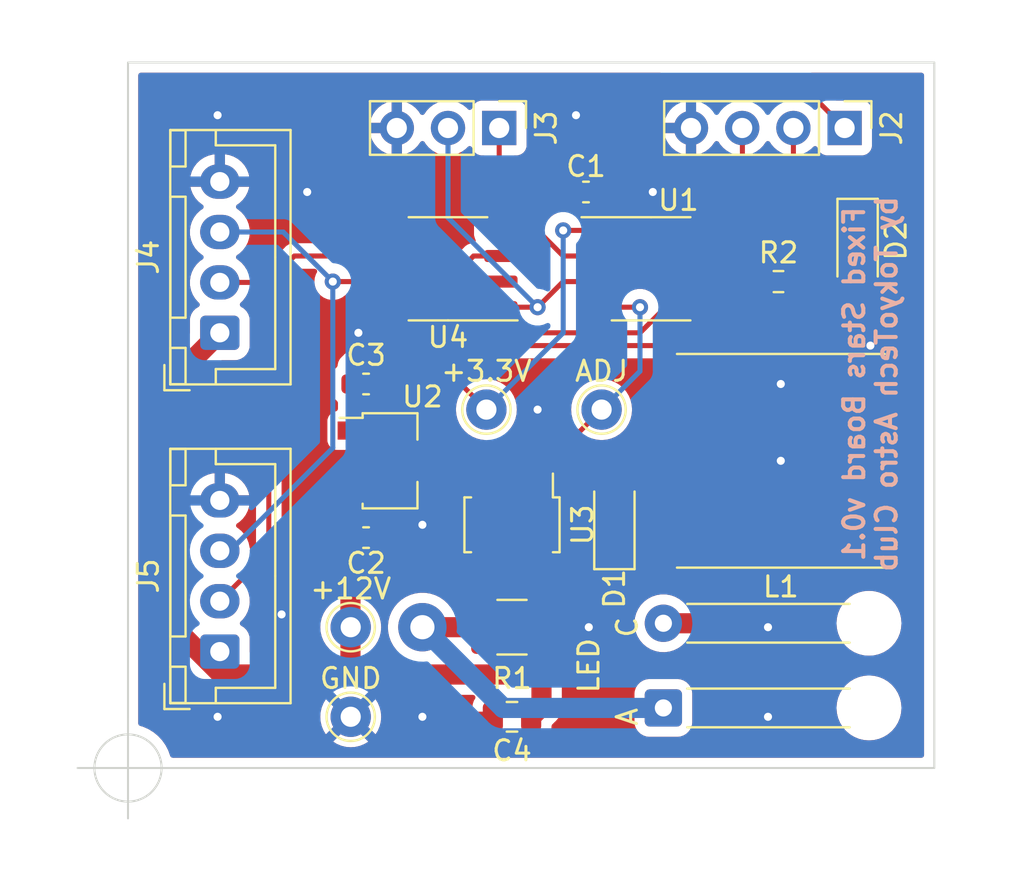
<source format=kicad_pcb>
(kicad_pcb (version 20211014) (generator pcbnew)
  (layers (0 "F.Cu" signal) (31 "B.Cu" signal) (34 "B.Paste" user) (35 "F.Paste" user) (36 "B.SilkS" user "B.Silkscreen") (37 "F.SilkS" user "F.Silkscreen") (38 "B.Mask" user) (39 "F.Mask" user) (44 "Edge.Cuts" user))
  (net 0 "")
  (net 1 "+3.3V")
  (net 2 "GND")
  (net 3 "+12V")
  (net 4 "Net-(D1-Pad2)")
  (net 5 "Net-(D2-Pad1)")
  (net 6 "Net-(D2-Pad2)")
  (net 7 "Net-(J1-Pad1)")
  (net 8 "Net-(J1-Pad2)")
  (net 9 "/UART_TX")
  (net 10 "/UART_RX")
  (net 11 "Net-(J4-Pad2)")
  (net 12 "Net-(J4-Pad3)")
  (net 13 "/UPDI")
  (net 14 "/LED_ADJ")
  (net 15 "/~{RS485_RE}")
  (net 16 "/RS485_DE")
  (footprint "TestPoint:TestPoint_THTPad_D2.0mm_Drill1.0mm" (layer "F.Cu") (at 111.049 143.015)
    (fp_text reference "TP1" hide)
    (fp_text value "+12V" (at 0 -1.905) (layer "F.SilkS"))
    (fp_circle (center 0 0) (end 0 1.2) (layer "F.SilkS") (width 0.12) (fill none))
    (pad "1" thru_hole circle (at 0 0) (size 2 2) (drill 1) (layers *.Cu *.Mask) (net 3 "+12V"))
  )
  (footprint "Connector_PinHeader_2.54mm:PinHeader_1x03_P2.54mm_Vertical" (layer "F.Cu") (at 118.415 118.25 -90)
    (fp_text reference "J3" (at 0 -2.33 90) (layer "F.SilkS"))
    (fp_text value "UART")
    (fp_line (start 1.33 1.27) (end 1.33 6.41) (layer "F.SilkS") (width 0.12))
    (fp_line (start -1.33 1.27) (end 1.33 1.27) (layer "F.SilkS") (width 0.12))
    (fp_line (start -1.33 6.41) (end 1.33 6.41) (layer "F.SilkS") (width 0.12))
    (fp_line (start -1.33 1.27) (end -1.33 6.41) (layer "F.SilkS") (width 0.12))
    (fp_line (start -1.33 -1.33) (end 0 -1.33) (layer "F.SilkS") (width 0.12))
    (fp_line (start -1.33 0) (end -1.33 -1.33) (layer "F.SilkS") (width 0.12))
    (pad "1" thru_hole rect (at 0 0 270) (size 1.7 1.7) (drill 1) (layers *.Cu *.Mask) (net 9 "/UART_TX"))
    (pad "2" thru_hole oval (at 0 2.54 270) (size 1.7 1.7) (drill 1) (layers *.Cu *.Mask) (net 10 "/UART_RX"))
    (pad "3" thru_hole oval (at 0 5.08 270) (size 1.7 1.7) (drill 1) (layers *.Cu *.Mask) (net 2 "GND"))
  )
  (footprint "Package_SO:SOP-8_3.9x4.9mm_P1.27mm" (layer "F.Cu") (at 115.875 125.235 180)
    (fp_text reference "U4" (at 0 -3.4) (layer "F.SilkS"))
    (fp_text value "MAX3485")
    (fp_line (start 0 2.56) (end -1.95 2.56) (layer "F.SilkS") (width 0.12))
    (fp_line (start 0 2.56) (end 1.95 2.56) (layer "F.SilkS") (width 0.12))
    (fp_line (start 0 -2.56) (end -3.45 -2.56) (layer "F.SilkS") (width 0.12))
    (fp_line (start 0 -2.56) (end 1.95 -2.56) (layer "F.SilkS") (width 0.12))
    (pad "1" smd roundrect (at -2.625 -1.905 180) (size 1.65 0.6) (layers "F.Cu" "F.Paste" "F.Mask") (net 10 "/UART_RX"))
    (pad "2" smd roundrect (at -2.625 -0.635 180) (size 1.65 0.6) (layers "F.Cu" "F.Paste" "F.Mask") (net 15 "/~{RS485_RE}"))
    (pad "3" smd roundrect (at -2.625 0.635 180) (size 1.65 0.6) (layers "F.Cu" "F.Paste" "F.Mask") (net 16 "/RS485_DE"))
    (pad "4" smd roundrect (at -2.625 1.905 180) (size 1.65 0.6) (layers "F.Cu" "F.Paste" "F.Mask") (net 9 "/UART_TX"))
    (pad "5" smd roundrect (at 2.625 1.905 180) (size 1.65 0.6) (layers "F.Cu" "F.Paste" "F.Mask") (net 2 "GND"))
    (pad "6" smd roundrect (at 2.625 0.635 180) (size 1.65 0.6) (layers "F.Cu" "F.Paste" "F.Mask") (net 11 "Net-(J4-Pad2)"))
    (pad "7" smd roundrect (at 2.625 -0.635 180) (size 1.65 0.6) (layers "F.Cu" "F.Paste" "F.Mask") (net 12 "Net-(J4-Pad3)"))
    (pad "8" smd roundrect (at 2.625 -1.905 180) (size 1.65 0.6) (layers "F.Cu" "F.Paste" "F.Mask") (net 1 "+3.3V"))
  )
  (footprint "Capacitor_SMD:C_0603_1608Metric" (layer "F.Cu") (at 122.72 121.425 180)
    (fp_text reference "C1" (at 0 1.27) (layer "F.SilkS"))
    (fp_text value "0.1u")
    (fp_line (start -0.14058 0.51) (end 0.14058 0.51) (layer "F.SilkS") (width 0.12))
    (fp_line (start -0.14058 -0.51) (end 0.14058 -0.51) (layer "F.SilkS") (width 0.12))
    (pad "1" smd roundrect (at -0.775 0 180) (size 0.9 0.95) (layers "F.Cu" "F.Paste" "F.Mask") (net 1 "+3.3V"))
    (pad "2" smd roundrect (at 0.775 0 180) (size 0.9 0.95) (layers "F.Cu" "F.Paste" "F.Mask") (net 2 "GND"))
  )
  (footprint "TestPoint:TestPoint_THTPad_D2.0mm_Drill1.0mm" (layer "F.Cu") (at 123.495 132.22)
    (fp_text reference "TP4" hide)
    (fp_text value "ADJ" (at 0 -1.905) (layer "F.SilkS"))
    (fp_circle (center 0 0) (end 0 1.2) (layer "F.SilkS") (width 0.12) (fill none))
    (pad "1" thru_hole circle (at 0 0) (size 2 2) (drill 1) (layers *.Cu *.Mask) (net 14 "/LED_ADJ"))
  )
  (footprint "Inductor_SMD:L_Taiyo-Yuden_NR-10050_9.8x10.0mm" (layer "F.Cu") (at 132.385 134.76 180)
    (fp_text reference "L1" (at 0 -6.25) (layer "F.SilkS"))
    (fp_text value "68u")
    (fp_line (start -5.15 5.3) (end 5.15 5.3) (layer "F.SilkS") (width 0.12))
    (fp_line (start -5.15 -5.3) (end 5.15 -5.3) (layer "F.SilkS") (width 0.12))
    (pad "1" smd rect (at -4 0 180) (size 2.6 4.5) (layers "F.Cu" "F.Paste" "F.Mask") (net 8 "Net-(J1-Pad2)"))
    (pad "2" smd rect (at 4 0 180) (size 2.6 4.5) (layers "F.Cu" "F.Paste" "F.Mask") (net 4 "Net-(D1-Pad2)"))
  )
  (footprint "TestPoint:TestPoint_THTPad_D2.0mm_Drill1.0mm" (layer "F.Cu") (at 111.049 147.46)
    (fp_text reference "TP2" hide)
    (fp_text value "GND" (at 0 -1.905) (layer "F.SilkS"))
    (fp_circle (center 0 0) (end 0 1.2) (layer "F.SilkS") (width 0.12) (fill none))
    (pad "1" thru_hole circle (at 0 0) (size 2 2) (drill 1) (layers *.Cu *.Mask) (net 2 "GND"))
  )
  (footprint "Package_TO_SOT_SMD:SOT-89-5" (layer "F.Cu") (at 119.05 137.935 -90)
    (fp_text reference "U3" (at 0 -3.5 90) (layer "F.SilkS"))
    (fp_text value "CL6808")
    (fp_line (start -1.36 2.36) (end -1.36 2.03) (layer "F.SilkS") (width 0.12))
    (fp_line (start 1.36 2.03) (end 1.36 2.36) (layer "F.SilkS") (width 0.12))
    (fp_line (start -2.54 -2.03) (end -1.36 -2.03) (layer "F.SilkS") (width 0.12))
    (fp_line (start -1.36 -2.36) (end 1.36 -2.36) (layer "F.SilkS") (width 0.12))
    (fp_line (start 1.36 2.36) (end -1.36 2.36) (layer "F.SilkS") (width 0.12))
    (fp_line (start -1.36 -2.36) (end -1.36 -2.03) (layer "F.SilkS") (width 0.12))
    (fp_line (start 1.36 -2.36) (end 1.36 -2.03) (layer "F.SilkS") (width 0.12))
    (pad "1" smd rect (at -1.85 -1.5 270) (size 1.5 0.7) (layers "F.Cu" "F.Paste" "F.Mask") (net 4 "Net-(D1-Pad2)"))
    (pad "2" smd custom (at 0 0 270) (size 0.8 2) (layers "F.Cu" "F.Paste" "F.Mask") (net 2 "GND") (options (clearance outline) (anchor rect)) (primitives (gr_poly (pts (xy 0.9 -0.5) (xy 2.6 -0.5) (xy 2.6 0.5) (xy 0.9 0.5) (xy 0.4 1) (xy -0.4 1) (xy -0.9 0.5) (xy -2.6 0.5) (xy -2.6 -0.5) (xy -0.9 -0.5) (xy -0.4 -1) (xy 0.4 -1)) (width 0) (fill yes))))
    (pad "3" smd rect (at -1.85 1.5 270) (size 1.5 0.7) (layers "F.Cu" "F.Paste" "F.Mask") (net 14 "/LED_ADJ"))
    (pad "4" smd rect (at 1.85 1.5 270) (size 1.5 0.7) (layers "F.Cu" "F.Paste" "F.Mask") (net 7 "Net-(J1-Pad1)"))
    (pad "5" smd rect (at 1.85 -1.5 270) (size 1.5 0.7) (layers "F.Cu" "F.Paste" "F.Mask") (net 3 "+12V"))
  )
  (footprint "Connector_JST:JST_XH_B4B-XH-A_1x04_P2.50mm_Vertical" (layer "F.Cu") (at 104.555 144.225 90)
    (fp_text reference "J5" (at 3.75 -3.55 90) (layer "F.SilkS"))
    (fp_text value "DMX2")
    (fp_line (start 10.05 -0.2) (end 9.3 -0.2) (layer "F.SilkS") (width 0.12))
    (fp_line (start -1.6 -2.75) (end -2.85 -2.75) (layer "F.SilkS") (width 0.12))
    (fp_line (start -1.8 2.75) (end 3.75 2.75) (layer "F.SilkS") (width 0.12))
    (fp_line (start 9.3 -0.2) (end 9.3 2.75) (layer "F.SilkS") (width 0.12))
    (fp_line (start 0.75 -2.45) (end 0.75 -1.7) (layer "F.SilkS") (width 0.12))
    (fp_line (start -2.55 -2.45) (end -2.55 -1.7) (layer "F.SilkS") (width 0.12))
    (fp_line (start 10.05 -2.45) (end 8.25 -2.45) (layer "F.SilkS") (width 0.12))
    (fp_line (start -0.75 -2.45) (end -2.55 -2.45) (layer "F.SilkS") (width 0.12))
    (fp_line (start -2.55 -0.2) (end -1.8 -0.2) (layer "F.SilkS") (width 0.12))
    (fp_line (start 10.05 -1.7) (end 10.05 -2.45) (layer "F.SilkS") (width 0.12))
    (fp_line (start 6.75 -2.45) (end 0.75 -2.45) (layer "F.SilkS") (width 0.12))
    (fp_line (start 10.06 3.51) (end 10.06 -2.46) (layer "F.SilkS") (width 0.12))
    (fp_line (start -1.8 -0.2) (end -1.8 2.75) (layer "F.SilkS") (width 0.12))
    (fp_line (start -0.75 -1.7) (end -0.75 -2.45) (layer "F.SilkS") (width 0.12))
    (fp_line (start 9.3 2.75) (end 3.75 2.75) (layer "F.SilkS") (width 0.12))
    (fp_line (start 6.75 -1.7) (end 6.75 -2.45) (layer "F.SilkS") (width 0.12))
    (fp_line (start 10.06 -2.46) (end -2.56 -2.46) (layer "F.SilkS") (width 0.12))
    (fp_line (start 8.25 -2.45) (end 8.25 -1.7) (layer "F.SilkS") (width 0.12))
    (fp_line (start -2.56 -2.46) (end -2.56 3.51) (layer "F.SilkS") (width 0.12))
    (fp_line (start 0.75 -1.7) (end 6.75 -1.7) (layer "F.SilkS") (width 0.12))
    (fp_line (start -2.85 -2.75) (end -2.85 -1.5) (layer "F.SilkS") (width 0.12))
    (fp_line (start -2.55 -1.7) (end -0.75 -1.7) (layer "F.SilkS") (width 0.12))
    (fp_line (start 8.25 -1.7) (end 10.05 -1.7) (layer "F.SilkS") (width 0.12))
    (fp_line (start -2.56 3.51) (end 10.06 3.51) (layer "F.SilkS") (width 0.12))
    (pad "1" thru_hole roundrect (at 0 0 90) (size 1.7 1.95) (drill 0.95) (layers *.Cu *.Mask) (roundrect_rratio 0.147059) (net 3 "+12V"))
    (pad "2" thru_hole oval (at 2.5 0 90) (size 1.7 1.95) (drill 0.95) (layers *.Cu *.Mask) (net 11 "Net-(J4-Pad2)"))
    (pad "3" thru_hole oval (at 5 0 90) (size 1.7 1.95) (drill 0.95) (layers *.Cu *.Mask) (net 12 "Net-(J4-Pad3)"))
    (pad "4" thru_hole oval (at 7.5 0 90) (size 1.7 1.95) (drill 0.95) (layers *.Cu *.Mask) (net 2 "GND"))
  )
  (footprint "Capacitor_SMD:C_0603_1608Metric" (layer "F.Cu") (at 111.811 138.57)
    (fp_text reference "C2" (at 0 1.27) (layer "F.SilkS"))
    (fp_text value "1u")
    (fp_line (start -0.14058 -0.51) (end 0.14058 -0.51) (layer "F.SilkS") (width 0.12))
    (fp_line (start -0.14058 0.51) (end 0.14058 0.51) (layer "F.SilkS") (width 0.12))
    (pad "1" smd roundrect (at -0.775 0) (size 0.9 0.95) (layers "F.Cu" "F.Paste" "F.Mask") (net 3 "+12V"))
    (pad "2" smd roundrect (at 0.775 0) (size 0.9 0.95) (layers "F.Cu" "F.Paste" "F.Mask") (net 2 "GND"))
  )
  (footprint "Connector_JST:JST_XH_B4B-XH-A_1x04_P2.50mm_Vertical" (layer "F.Cu") (at 104.555 128.41 90)
    (fp_text reference "J4" (at 3.75 -3.55 90) (layer "F.SilkS"))
    (fp_text value "DMX1")
    (fp_line (start -0.75 -2.45) (end -2.55 -2.45) (layer "F.SilkS") (width 0.12))
    (fp_line (start 10.06 3.51) (end 10.06 -2.46) (layer "F.SilkS") (width 0.12))
    (fp_line (start -2.56 3.51) (end 10.06 3.51) (layer "F.SilkS") (width 0.12))
    (fp_line (start -1.8 -0.2) (end -1.8 2.75) (layer "F.SilkS") (width 0.12))
    (fp_line (start 6.75 -1.7) (end 6.75 -2.45) (layer "F.SilkS") (width 0.12))
    (fp_line (start -1.6 -2.75) (end -2.85 -2.75) (layer "F.SilkS") (width 0.12))
    (fp_line (start -2.55 -2.45) (end -2.55 -1.7) (layer "F.SilkS") (width 0.12))
    (fp_line (start 10.05 -2.45) (end 8.25 -2.45) (layer "F.SilkS") (width 0.12))
    (fp_line (start 9.3 -0.2) (end 9.3 2.75) (layer "F.SilkS") (width 0.12))
    (fp_line (start 8.25 -2.45) (end 8.25 -1.7) (layer "F.SilkS") (width 0.12))
    (fp_line (start 8.25 -1.7) (end 10.05 -1.7) (layer "F.SilkS") (width 0.12))
    (fp_line (start -2.56 -2.46) (end -2.56 3.51) (layer "F.SilkS") (width 0.12))
    (fp_line (start -2.55 -0.2) (end -1.8 -0.2) (layer "F.SilkS") (width 0.12))
    (fp_line (start 10.06 -2.46) (end -2.56 -2.46) (layer "F.SilkS") (width 0.12))
    (fp_line (start -2.55 -1.7) (end -0.75 -1.7) (layer "F.SilkS") (width 0.12))
    (fp_line (start 6.75 -2.45) (end 0.75 -2.45) (layer "F.SilkS") (width 0.12))
    (fp_line (start -1.8 2.75) (end 3.75 2.75) (layer "F.SilkS") (width 0.12))
    (fp_line (start 10.05 -1.7) (end 10.05 -2.45) (layer "F.SilkS") (width 0.12))
    (fp_line (start -2.85 -2.75) (end -2.85 -1.5) (layer "F.SilkS") (width 0.12))
    (fp_line (start -0.75 -1.7) (end -0.75 -2.45) (layer "F.SilkS") (width 0.12))
    (fp_line (start 10.05 -0.2) (end 9.3 -0.2) (layer "F.SilkS") (width 0.12))
    (fp_line (start 0.75 -1.7) (end 6.75 -1.7) (layer "F.SilkS") (width 0.12))
    (fp_line (start 0.75 -2.45) (end 0.75 -1.7) (layer "F.SilkS") (width 0.12))
    (fp_line (start 9.3 2.75) (end 3.75 2.75) (layer "F.SilkS") (width 0.12))
    (pad "1" thru_hole roundrect (at 0 0 90) (size 1.7 1.95) (drill 0.95) (layers *.Cu *.Mask) (roundrect_rratio 0.147059) (net 3 "+12V"))
    (pad "2" thru_hole oval (at 2.5 0 90) (size 1.7 1.95) (drill 0.95) (layers *.Cu *.Mask) (net 11 "Net-(J4-Pad2)"))
    (pad "3" thru_hole oval (at 5 0 90) (size 1.7 1.95) (drill 0.95) (layers *.Cu *.Mask) (net 12 "Net-(J4-Pad3)"))
    (pad "4" thru_hole oval (at 7.5 0 90) (size 1.7 1.95) (drill 0.95) (layers *.Cu *.Mask) (net 2 "GND"))
  )
  (footprint "Resistor_SMD:R_1210_3225Metric" (layer "F.Cu") (at 119.05 143.015)
    (fp_text reference "R1" (at 0 2.54) (layer "F.SilkS"))
    (fp_text value "0.1")
    (fp_line (start -0.723737 1.355) (end 0.723737 1.355) (layer "F.SilkS") (width 0.12))
    (fp_line (start -0.723737 -1.355) (end 0.723737 -1.355) (layer "F.SilkS") (width 0.12))
    (pad "1" smd roundrect (at -1.4625 0) (size 1.125 2.65) (layers "F.Cu" "F.Paste" "F.Mask") (roundrect_rratio 0.222222) (net 7 "Net-(J1-Pad1)"))
    (pad "2" smd roundrect (at 1.4625 0) (size 1.125 2.65) (layers "F.Cu" "F.Paste" "F.Mask") (roundrect_rratio 0.222222) (net 3 "+12V"))
  )
  (footprint "Connector_PinHeader_2.54mm:PinHeader_1x04_P2.54mm_Vertical" (layer "F.Cu") (at 135.55 118.25 -90)
    (fp_text reference "J2" (at 0 -2.33 90) (layer "F.SilkS"))
    (fp_text value "Serial-UPDI")
    (fp_line (start -1.33 8.95) (end 1.33 8.95) (layer "F.SilkS") (width 0.12))
    (fp_line (start -1.33 0) (end -1.33 -1.33) (layer "F.SilkS") (width 0.12))
    (fp_line (start 1.33 1.27) (end 1.33 8.95) (layer "F.SilkS") (width 0.12))
    (fp_line (start -1.33 -1.33) (end 0 -1.33) (layer "F.SilkS") (width 0.12))
    (fp_line (start -1.33 1.27) (end -1.33 8.95) (layer "F.SilkS") (width 0.12))
    (fp_line (start -1.33 1.27) (end 1.33 1.27) (layer "F.SilkS") (width 0.12))
    (pad "1" thru_hole rect (at 0 0 270) (size 1.7 1.7) (drill 1) (layers *.Cu *.Mask) (net 1 "+3.3V"))
    (pad "2" thru_hole oval (at 0 2.54 270) (size 1.7 1.7) (drill 1) (layers *.Cu *.Mask) (net 5 "Net-(D2-Pad1)"))
    (pad "3" thru_hole oval (at 0 5.08 270) (size 1.7 1.7) (drill 1) (layers *.Cu *.Mask) (net 6 "Net-(D2-Pad2)"))
    (pad "4" thru_hole oval (at 0 7.62 270) (size 1.7 1.7) (drill 1) (layers *.Cu *.Mask) (net 2 "GND"))
  )
  (footprint "Package_SO:SOIC-8_3.9x4.9mm_P1.27mm" (layer "F.Cu") (at 125.95 125.235)
    (fp_text reference "U1" (at 1.355 -3.4) (layer "F.SilkS"))
    (fp_text value "ATtiny202-SS")
    (fp_line (start 0 -2.56) (end -3.45 -2.56) (layer "F.SilkS") (width 0.12))
    (fp_line (start 0 -2.56) (end 1.95 -2.56) (layer "F.SilkS") (width 0.12))
    (fp_line (start 0 2.56) (end 1.95 2.56) (layer "F.SilkS") (width 0.12))
    (fp_line (start 0 2.56) (end -1.95 2.56) (layer "F.SilkS") (width 0.12))
    (pad "1" smd roundrect (at -2.475 -1.905) (size 1.95 0.6) (layers "F.Cu" "F.Paste" "F.Mask") (net 1 "+3.3V"))
    (pad "2" smd roundrect (at -2.475 -0.635) (size 1.95 0.6) (layers "F.Cu" "F.Paste" "F.Mask") (net 9 "/UART_TX"))
    (pad "3" smd roundrect (at -2.475 0.635) (size 1.95 0.6) (layers "F.Cu" "F.Paste" "F.Mask") (net 10 "/UART_RX"))
    (pad "4" smd roundrect (at -2.475 1.905) (size 1.95 0.6) (layers "F.Cu" "F.Paste" "F.Mask") (net 14 "/LED_ADJ"))
    (pad "5" smd roundrect (at 2.475 1.905) (size 1.95 0.6) (layers "F.Cu" "F.Paste" "F.Mask") (net 16 "/RS485_DE"))
    (pad "6" smd roundrect (at 2.475 0.635) (size 1.95 0.6) (layers "F.Cu" "F.Paste" "F.Mask") (net 13 "/UPDI"))
    (pad "7" smd roundrect (at 2.475 -0.635) (size 1.95 0.6) (layers "F.Cu" "F.Paste" "F.Mask") (net 15 "/~{RS485_RE}"))
    (pad "8" smd roundrect (at 2.475 -1.905) (size 1.95 0.6) (layers "F.Cu" "F.Paste" "F.Mask") (net 2 "GND"))
  )
  (footprint "Capacitor_SMD:C_0805_2012Metric" (layer "F.Cu") (at 119.05 147.46 180)
    (fp_text reference "C4" (at 0 -1.68) (layer "F.SilkS"))
    (fp_text value "4.7u50V")
    (fp_line (start -0.261252 0.735) (end 0.261252 0.735) (layer "F.SilkS") (width 0.12))
    (fp_line (start -0.261252 -0.735) (end 0.261252 -0.735) (layer "F.SilkS") (width 0.12))
    (pad "1" smd roundrect (at -0.95 0 180) (size 1 1.45) (layers "F.Cu" "F.Paste" "F.Mask") (net 3 "+12V"))
    (pad "2" smd roundrect (at 0.95 0 180) (size 1 1.45) (layers "F.Cu" "F.Paste" "F.Mask") (net 2 "GND"))
  )
  (footprint "Diode_SMD:D_SOD-123F" (layer "F.Cu") (at 136.195 123.965 -90)
    (fp_text reference "D2" (at -0.127 -1.905 90) (layer "F.SilkS"))
    (fp_text value "SS2040FL")
    (fp_line (start -2.2 -1) (end 1.65 -1) (layer "F.SilkS") (width 0.12))
    (fp_line (start -2.2 1) (end 1.65 1) (layer "F.SilkS") (width 0.12))
    (fp_line (start -2.2 -1) (end -2.2 1) (layer "F.SilkS") (width 0.12))
    (pad "1" smd rect (at -1.4 0 270) (size 1.1 1.1) (layers "F.Cu" "F.Paste" "F.Mask") (net 5 "Net-(D2-Pad1)"))
    (pad "2" smd rect (at 1.4 0 270) (size 1.1 1.1) (layers "F.Cu" "F.Paste" "F.Mask") (net 6 "Net-(D2-Pad2)"))
  )
  (footprint "Resistor_SMD:R_0603_1608Metric" (layer "F.Cu") (at 132.27 125.87)
    (fp_text reference "R2" (at 0 -1.43) (layer "F.SilkS"))
    (fp_text value "1k")
    (fp_line (start -0.237258 -0.5225) (end 0.237258 -0.5225) (layer "F.SilkS") (width 0.12))
    (fp_line (start -0.237258 0.5225) (end 0.237258 0.5225) (layer "F.SilkS") (width 0.12))
    (pad "1" smd roundrect (at -0.825 0) (size 0.8 0.95) (layers "F.Cu" "F.Paste" "F.Mask") (net 13 "/UPDI"))
    (pad "2" smd roundrect (at 0.825 0) (size 0.8 0.95) (layers "F.Cu" "F.Paste" "F.Mask") (net 6 "Net-(D2-Pad2)"))
  )
  (footprint "Capacitor_SMD:C_0603_1608Metric" (layer "F.Cu") (at 111.811 130.95)
    (fp_text reference "C3" (at 0 -1.43) (layer "F.SilkS"))
    (fp_text value "0.1u")
    (fp_line (start -0.14058 0.51) (end 0.14058 0.51) (layer "F.SilkS") (width 0.12))
    (fp_line (start -0.14058 -0.51) (end 0.14058 -0.51) (layer "F.SilkS") (width 0.12))
    (pad "1" smd roundrect (at -0.775 0) (size 0.9 0.95) (layers "F.Cu" "F.Paste" "F.Mask") (net 1 "+3.3V"))
    (pad "2" smd roundrect (at 0.775 0) (size 0.9 0.95) (layers "F.Cu" "F.Paste" "F.Mask") (net 2 "GND"))
  )
  (footprint "Package_TO_SOT_SMD:SOT-89-3" (layer "F.Cu") (at 112.7 134.76)
    (fp_text reference "U2" (at 1.905 -3.175) (layer "F.SilkS"))
    (fp_text value "NJM78L33SU3")
    (fp_line (start -2.2 -2.13) (end -1.06 -2.13) (layer "F.SilkS") (width 0.12))
    (fp_line (start -1.06 -2.36) (end 1.66 -2.36) (layer "F.SilkS") (width 0.12))
    (fp_line (start 1.66 -2.36) (end 1.66 -1.05) (layer "F.SilkS") (width 0.12))
    (fp_line (start 1.66 2.36) (end -1.06 2.36) (layer "F.SilkS") (width 0.12))
    (fp_line (start 1.66 1.05) (end 1.66 2.36) (layer "F.SilkS") (width 0.12))
    (fp_line (start -1.06 2.36) (end -1.06 2.13) (layer "F.SilkS") (width 0.12))
    (fp_line (start -1.06 -2.36) (end -1.06 -2.13) (layer "F.SilkS") (width 0.12))
    (pad "1" smd rect (at -1.65 -1.5) (size 1.3 0.9) (layers "F.Cu" "F.Paste" "F.Mask") (net 1 "+3.3V"))
    (pad "2" smd custom (at -1.5625 0) (size 1.475 0.9) (layers "F.Cu" "F.Paste" "F.Mask") (net 2 "GND") (options (clearance outline) (anchor rect)) (primitives (gr_poly (pts (xy 3.8625 0.8665) (xy 0.7375 0.8665) (xy 0.7375 -0.8665) (xy 3.8625 -0.8665)) (width 0) (fill yes))))
    (pad "3" smd rect (at -1.65 1.5) (size 1.3 0.9) (layers "F.Cu" "F.Paste" "F.Mask") (net 3 "+12V"))
  )
  (footprint "Diode_SMD:D_SOD-123F" (layer "F.Cu") (at 124.13 137.935 90)
    (fp_text reference "D1" (at -3.175 0 90) (layer "F.SilkS"))
    (fp_text value "SS2040FL")
    (fp_line (start -2.2 1) (end 1.65 1) (layer "F.SilkS") (width 0.12))
    (fp_line (start -2.2 -1) (end 1.65 -1) (layer "F.SilkS") (width 0.12))
    (fp_line (start -2.2 -1) (end -2.2 1) (layer "F.SilkS") (width 0.12))
    (pad "1" smd rect (at -1.4 0 90) (size 1.1 1.1) (layers "F.Cu" "F.Paste" "F.Mask") (net 3 "+12V"))
    (pad "2" smd rect (at 1.4 0 90) (size 1.1 1.1) (layers "F.Cu" "F.Paste" "F.Mask") (net 4 "Net-(D1-Pad2)"))
  )
  (footprint "Connector_Wire:SolderWire-0.25sqmm_1x02_P4.2mm_D0.65mm_OD1.7mm_Relief" (layer "F.Cu") (at 126.56 147.02 90)
    (fp_text reference "J1" hide)
    (fp_text value "LED" (at 2.1 -3.7 90) (layer "F.SilkS"))
    (fp_line (start -0.96 1.185) (end -0.96 9.24) (layer "F.SilkS") (width 0.12))
    (fp_line (start 3.24 1.185) (end 3.24 9.24) (layer "F.SilkS") (width 0.12))
    (fp_line (start 5.16 1.185) (end 5.16 9.24) (layer "F.SilkS") (width 0.12))
    (fp_line (start 0.96 1.185) (end 0.96 9.24) (layer "F.SilkS") (width 0.12))
    (pad "" np_thru_hole circle (at 4.2 10.2 90) (size 2.2 2.2) (drill 2.2) (layers *.Cu *.Mask))
    (pad "" np_thru_hole circle (at 0 10.2 90) (size 2.2 2.2) (drill 2.2) (layers *.Cu *.Mask))
    (pad "1" thru_hole roundrect (at 0 0 90) (size 1.85 1.85) (drill 0.85) (layers *.Cu *.Mask) (roundrect_rratio 0.135135) (net 7 "Net-(J1-Pad1)"))
    (pad "2" thru_hole circle (at 4.2 0 90) (size 1.85 1.85) (drill 0.85) (layers *.Cu *.Mask) (net 8 "Net-(J1-Pad2)"))
  )
  (footprint "TestPoint:TestPoint_THTPad_D2.0mm_Drill1.0mm" (layer "F.Cu") (at 117.78 132.22)
    (fp_text reference "TP3" hide)
    (fp_text value "+3.3V" (at 0 -1.905) (layer "F.SilkS"))
    (fp_circle (center 0 0) (end 0 1.2) (layer "F.SilkS") (width 0.12) (fill none))
    (pad "1" thru_hole circle (at 0 0) (size 2 2) (drill 1) (layers *.Cu *.Mask) (net 1 "+3.3V"))
  )
  (gr_rect (start 100 150) (end 140 115) (layer "Edge.Cuts") (width 0.1) (fill none))
  (gr_text "Fixed Stars Board v0.1\nby TokyoTech Astro Club" (at 136.83 130.95 90) (layer "B.SilkS") (effects (font (size 1 1) (thickness 0.2)) (justify mirror)))
  (gr_text "A" (at 124.765 147.46 90) (layer "F.SilkS") (effects (font (size 1 1))))
  (gr_text "C" (at 124.765 143.015 90) (layer "F.SilkS") (effects (font (size 1 1))))
  (target plus (at 100 150) (size 5) (width 0.1) (layer "Edge.Cuts"))
  (segment (start 113.335 129.68) (end 115.24 129.68) (width 0.25) (layer "F.Cu") (net 1))
  (segment (start 113.335 127.225) (end 113.335 129.68) (width 0.25) (layer "F.Cu") (net 1))
  (segment (start 111.036 130.95) (end 111.036 130.074) (width 0.25) (layer "F.Cu") (net 1))
  (segment (start 123.495 123.31) (end 123.475 123.33) (width 0.25) (layer "F.Cu") (net 1))
  (segment (start 111.036 130.074) (end 111.43 129.68) (width 0.25) (layer "F.Cu") (net 1))
  (segment (start 111.43 129.68) (end 113.335 129.68) (width 0.25) (layer "F.Cu") (net 1))
  (segment (start 113.25 127.14) (end 113.335 127.225) (width 0.25) (layer "F.Cu") (net 1))
  (segment (start 113.25 127.1825) (end 113.25 127.14) (width 0.25) (layer "F.Cu") (net 1))
  (segment (start 123.495 121.425) (end 123.495 119.52) (width 0.25) (layer "F.Cu") (net 1))
  (segment (start 123.495 119.52) (end 126.67 116.345) (width 0.25) (layer "F.Cu") (net 1))
  (segment (start 111.05 130.964) (end 111.036 130.95) (width 0.25) (layer "F.Cu") (net 1))
  (segment (start 126.67 116.345) (end 133.645 116.345) (width 0.25) (layer "F.Cu") (net 1))
  (segment (start 115.24 129.68) (end 117.78 132.22) (width 0.25) (layer "F.Cu") (net 1))
  (segment (start 111.05 133.26) (end 111.05 130.964) (width 0.25) (layer "F.Cu") (net 1))
  (segment (start 133.645 116.345) (end 135.55 118.25) (width 0.25) (layer "F.Cu") (net 1))
  (segment (start 123.475 123.33) (end 121.59 123.33) (width 0.25) (layer "F.Cu") (net 1))
  (segment (start 123.495 121.425) (end 123.495 123.31) (width 0.25) (layer "F.Cu") (net 1))
  (via (at 121.59 123.33) (size 0.8) (drill 0.4) (layers "F.Cu" "B.Cu") (net 1))
  (segment (start 121.59 128.41) (end 117.78 132.22) (width 0.25) (layer "B.Cu") (net 1))
  (segment (start 121.59 123.33) (end 121.59 128.41) (width 0.25) (layer "B.Cu") (net 1))
  (via (at 104.445 117.615) (size 0.8) (drill 0.4) (layers "F.Cu" "B.Cu") (net 2))
  (via (at 104.445 147.46) (size 0.8) (drill 0.4) (layers "F.Cu" "B.Cu") (net 2))
  (via (at 131.75 143.015) (size 0.8) (drill 0.4) (layers "F.Cu" "B.Cu") (net 2))
  (via (at 122.225 117.615) (size 0.8) (drill 0.4) (layers "F.Cu" "B.Cu") (net 2))
  (via (at 136.83 129.045) (size 0.8) (drill 0.4) (layers "F.Cu" "B.Cu") (net 2))
  (via (at 126.035 121.425) (size 0.8) (drill 0.4) (layers "F.Cu" "B.Cu") (net 2))
  (via (at 107.62 142.38) (size 0.8) (drill 0.4) (layers "F.Cu" "B.Cu") (net 2))
  (via (at 132.385 134.76) (size 0.8) (drill 0.4) (layers "F.Cu" "B.Cu") (net 2))
  (via (at 114.605 147.46) (size 0.8) (drill 0.4) (layers "F.Cu" "B.Cu") (net 2))
  (via (at 122.86 143.015) (size 0.8) (drill 0.4) (layers "F.Cu" "B.Cu") (net 2))
  (via (at 132.385 130.95) (size 0.8) (drill 0.4) (layers "F.Cu" "B.Cu") (net 2))
  (via (at 111.43 128.41) (size 0.8) (drill 0.4) (layers "F.Cu" "B.Cu") (net 2))
  (via (at 108.89 121.425) (size 0.8) (drill 0.4) (layers "F.Cu" "B.Cu") (net 2))
  (via (at 131.75 147.46) (size 0.8) (drill 0.4) (layers "F.Cu" "B.Cu") (net 2))
  (via (at 114.605 137.935) (size 0.8) (drill 0.4) (layers "F.Cu" "B.Cu") (net 2))
  (via (at 120.32 132.22) (size 0.8) (drill 0.4) (layers "F.Cu" "B.Cu") (net 2))
  (segment (start 102.54 130.425) (end 104.555 128.41) (width 1) (layer "F.Cu") (net 3))
  (segment (start 120.55 139.785) (end 120.55 142.9775) (width 1) (layer "F.Cu") (net 3))
  (segment (start 111.05 138.556) (end 111.036 138.57) (width 1) (layer "F.Cu") (net 3))
  (segment (start 120.5125 145.3625) (end 104.6375 145.3625) (width 1) (layer "F.Cu") (net 3))
  (segment (start 111.036 138.57) (end 111.036 145.301) (width 1) (layer "F.Cu") (net 3))
  (segment (start 120.5125 143.015) (end 120.5125 145.3625) (width 1) (layer "F.Cu") (net 3))
  (segment (start 120.55 139.785) (end 123.68 139.785) (width 1) (layer "F.Cu") (net 3))
  (segment (start 104.555 144.225) (end 104.555 145.28) (width 1) (layer "F.Cu") (net 3))
  (segment (start 120.5125 145.3625) (end 120.5125 146.9475) (width 1) (layer "F.Cu") (net 3))
  (segment (start 120.5125 146.9475) (end 120 147.46) (width 1) (layer "F.Cu") (net 3))
  (segment (start 120.55 142.9775) (end 120.5125 143.015) (width 1) (layer "F.Cu") (net 3))
  (segment (start 123.68 139.785) (end 124.13 139.335) (width 1) (layer "F.Cu") (net 3))
  (segment (start 102.54 143.265) (end 102.54 130.425) (width 1) (layer "F.Cu") (net 3))
  (segment (start 104.6375 145.3625) (end 102.54 143.265) (width 1) (layer "F.Cu") (net 3))
  (segment (start 104.555 145.28) (end 104.6375 145.3625) (width 1) (layer "F.Cu") (net 3))
  (segment (start 111.05 136.26) (end 111.05 138.556) (width 1) (layer "F.Cu") (net 3))
  (segment (start 127.06 136.085) (end 128.385 134.76) (width 1) (layer "F.Cu") (net 4))
  (segment (start 124.185 136.085) (end 127.06 136.085) (width 1) (layer "F.Cu") (net 4))
  (segment (start 124.13 136.14) (end 124.185 136.085) (width 1) (layer "F.Cu") (net 4))
  (segment (start 124.13 136.535) (end 124.13 136.14) (width 1) (layer "F.Cu") (net 4))
  (segment (start 120.55 136.085) (end 124.185 136.085) (width 1) (layer "F.Cu") (net 4))
  (segment (start 134.16 122.565) (end 136.195 122.565) (width 0.25) (layer "F.Cu") (net 5))
  (segment (start 133.01 118.25) (end 133.01 121.415) (width 0.25) (layer "F.Cu") (net 5))
  (segment (start 133.01 121.415) (end 134.16 122.565) (width 0.25) (layer "F.Cu") (net 5))
  (segment (start 133.095 124.04) (end 133.095 125.87) (width 0.25) (layer "F.Cu") (net 6))
  (segment (start 130.48 121.425) (end 133.095 124.04) (width 0.25) (layer "F.Cu") (net 6))
  (segment (start 130.48 118.26) (end 130.48 121.425) (width 0.25) (layer "F.Cu") (net 6))
  (segment (start 133.095 125.87) (end 135.69 125.87) (width 0.25) (layer "F.Cu") (net 6))
  (segment (start 130.47 118.25) (end 130.48 118.26) (width 0.25) (layer "F.Cu") (net 6))
  (segment (start 135.69 125.87) (end 136.195 125.365) (width 0.25) (layer "F.Cu") (net 6))
  (segment (start 117.55 139.785) (end 117.55 142.9775) (width 1) (layer "F.Cu") (net 7))
  (segment (start 117.55 142.9775) (end 117.5875 143.015) (width 1) (layer "F.Cu") (net 7))
  (segment (start 117.5875 143.015) (end 114.605 143.015) (width 1) (layer "F.Cu") (net 7))
  (via (at 114.605 143.015) (size 2.4) (drill 1.2) (layers "F.Cu" "B.Cu") (net 7))
  (segment (start 114.605 143.015) (end 118.61 147.02) (width 1) (layer "B.Cu") (net 7))
  (segment (start 118.61 147.02) (end 126.56 147.02) (width 1) (layer "B.Cu") (net 7))
  (segment (start 128.325 142.82) (end 136.385 134.76) (width 1) (layer "F.Cu") (net 8))
  (segment (start 126.56 142.82) (end 128.325 142.82) (width 1) (layer "F.Cu") (net 8))
  (segment (start 120.32 123.33) (end 118.5 123.33) (width 0.25) (layer "F.Cu") (net 9))
  (segment (start 123.475 124.6) (end 121.59 124.6) (width 0.25) (layer "F.Cu") (net 9))
  (segment (start 118.415 123.245) (end 118.5 123.33) (width 0.25) (layer "F.Cu") (net 9))
  (segment (start 121.59 124.6) (end 120.32 123.33) (width 0.25) (layer "F.Cu") (net 9))
  (segment (start 118.415 118.25) (end 118.415 123.245) (width 0.25) (layer "F.Cu") (net 9))
  (segment (start 123.475 125.87) (end 121.59 125.87) (width 0.25) (layer "F.Cu") (net 10))
  (segment (start 120.32 127.14) (end 118.5 127.14) (width 0.25) (layer "F.Cu") (net 10))
  (segment (start 121.59 125.87) (end 120.32 127.14) (width 0.25) (layer "F.Cu") (net 10))
  (via (at 120.32 127.14) (size 0.8) (drill 0.4) (layers "F.Cu" "B.Cu") (net 10))
  (segment (start 115.875 122.695) (end 115.875 118.25) (width 0.25) (layer "B.Cu") (net 10))
  (segment (start 120.32 127.14) (end 115.875 122.695) (width 0.25) (layer "B.Cu") (net 10))
  (segment (start 108.255 124.6) (end 113.25 124.6) (width 0.25) (layer "F.Cu") (net 11))
  (segment (start 106.945 125.91) (end 108.255 124.6) (width 0.25) (layer "F.Cu") (net 11))
  (segment (start 104.555 141.725) (end 106.985 139.295) (width 0.25) (layer "F.Cu") (net 11))
  (segment (start 104.555 125.91) (end 106.945 125.91) (width 0.25) (layer "F.Cu") (net 11))
  (segment (start 106.985 139.295) (end 106.985 125.95) (width 0.25) (layer "F.Cu") (net 11))
  (segment (start 106.985 125.95) (end 106.945 125.91) (width 0.25) (layer "F.Cu") (net 11))
  (segment (start 113.25 125.87) (end 110.16 125.87) (width 0.25) (layer "F.Cu") (net 12))
  (via (at 110.16 125.87) (size 0.8) (drill 0.4) (layers "F.Cu" "B.Cu") (net 12))
  (segment (start 110.16 125.87) (end 107.7 123.41) (width 0.25) (layer "B.Cu") (net 12))
  (segment (start 110.16 134.125) (end 110.16 125.87) (width 0.25) (layer "B.Cu") (net 12))
  (segment (start 105.06 139.225) (end 110.16 134.125) (width 0.25) (layer "B.Cu") (net 12))
  (segment (start 104.555 139.225) (end 105.06 139.225) (width 0.25) (layer "B.Cu") (net 12))
  (segment (start 107.7 123.41) (end 104.555 123.41) (width 0.25) (layer "B.Cu") (net 12))
  (segment (start 128.425 125.87) (end 131.445 125.87) (width 0.25) (layer "F.Cu") (net 13))
  (segment (start 118.415 134.125) (end 117.55 134.99) (width 0.25) (layer "F.Cu") (net 14))
  (segment (start 117.55 134.99) (end 117.55 136.085) (width 0.25) (layer "F.Cu") (net 14))
  (segment (start 123.475 132.2) (end 123.495 132.22) (width 0.25) (layer "F.Cu") (net 14))
  (segment (start 123.495 132.22) (end 121.59 134.125) (width 0.25) (layer "F.Cu") (net 14))
  (segment (start 121.59 134.125) (end 118.415 134.125) (width 0.25) (layer "F.Cu") (net 14))
  (segment (start 123.475 127.14) (end 125.4 127.14) (width 0.25) (layer "F.Cu") (net 14))
  (via (at 125.4 127.14) (size 0.8) (drill 0.4) (layers "F.Cu" "B.Cu") (net 14))
  (segment (start 125.4 127.14) (end 125.4 130.315) (width 0.25) (layer "B.Cu") (net 14))
  (segment (start 125.4 130.315) (end 123.495 132.22) (width 0.25) (layer "B.Cu") (net 14))
  (segment (start 125.4 128.41) (end 126.67 127.14) (width 0.25) (layer "F.Cu") (net 15))
  (segment (start 117.145 128.41) (end 125.4 128.41) (width 0.25) (layer "F.Cu") (net 15))
  (segment (start 127.94 124.6) (end 128.425 124.6) (width 0.25) (layer "F.Cu") (net 15))
  (segment (start 116.51 127.775) (end 117.145 128.41) (width 0.25) (layer "F.Cu") (net 15))
  (segment (start 118.5 125.87) (end 117.145 125.87) (width 0.25) (layer "F.Cu") (net 15))
  (segment (start 126.67 127.14) (end 126.67 125.87) (width 0.25) (layer "F.Cu") (net 15))
  (segment (start 116.51 126.505) (end 116.51 127.775) (width 0.25) (layer "F.Cu") (net 15))
  (segment (start 117.145 125.87) (end 116.51 126.505) (width 0.25) (layer "F.Cu") (net 15))
  (segment (start 126.67 125.87) (end 127.94 124.6) (width 0.25) (layer "F.Cu") (net 15))
  (segment (start 117.145 124.6) (end 115.875 125.87) (width 0.25) (layer "F.Cu") (net 16))
  (segment (start 126.52 129.045) (end 128.425 127.14) (width 0.25) (layer "F.Cu") (net 16))
  (segment (start 115.875 125.87) (end 115.875 128.41) (width 0.25) (layer "F.Cu") (net 16))
  (segment (start 118.5 124.6) (end 117.145 124.6) (width 0.25) (layer "F.Cu") (net 16))
  (segment (start 115.875 128.41) (end 116.51 129.045) (width 0.25) (layer "F.Cu") (net 16))
  (segment (start 116.51 129.045) (end 126.52 129.045) (width 0.25) (layer "F.Cu") (net 16))
  (zone (net 2) (net_name "GND") (layer "F.Cu") (connect_pads (clearance 0.508)) (min_thickness 0.254) (fill yes (thermal_gap 0.508) (thermal_bridge_width 0.508))
    (polygon (pts (xy 144.45 156.35) (xy 93.65 156.35) (xy 93.65 111.9) (xy 144.45 111.9)))
  )
  (zone (net 2) (net_name "GND") (layer "B.Cu") (connect_pads (clearance 0.508)) (min_thickness 0.254) (fill yes (thermal_gap 0.508) (thermal_bridge_width 0.508))
    (polygon (pts (xy 144.45 156.35) (xy 93.65 156.35) (xy 93.65 111.9) (xy 144.45 111.9)))
  )
)
</source>
